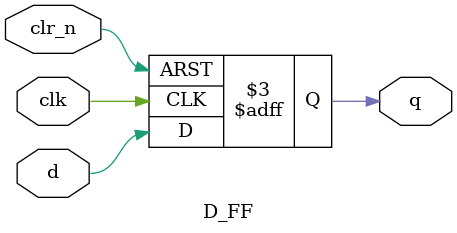
<source format=v>
module D_FF (
				  input clk, clr_n, d,
				  output reg q 
				  );

always @ (posedge clk or negedge clr_n)
begin
	if(~clr_n)
		q <= 1'b0;
	else
		q <= d;
end				  
				  
endmodule 
</source>
